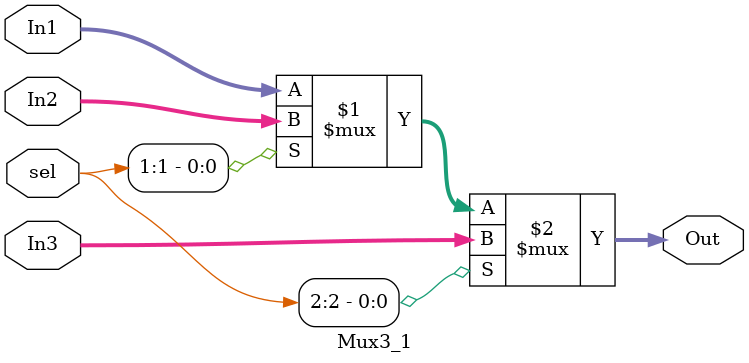
<source format=v>
module Mux3_1(input [31:0]In1,
            input [31:0]In2,
            input [31:0]In3,
            input [2:0]sel,
            output [31:0]Out);
    assign Out = sel[2] ? In3 : (sel[1] ? In2 : In1);
endmodule
</source>
